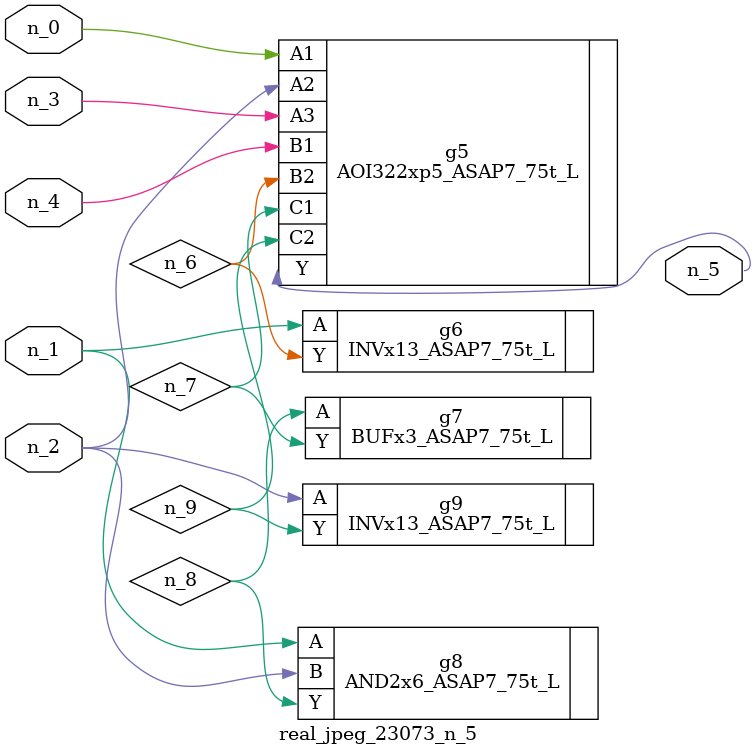
<source format=v>
module real_jpeg_23073_n_5 (n_4, n_0, n_1, n_2, n_3, n_5);

input n_4;
input n_0;
input n_1;
input n_2;
input n_3;

output n_5;

wire n_8;
wire n_6;
wire n_7;
wire n_9;

AOI322xp5_ASAP7_75t_L g5 ( 
.A1(n_0),
.A2(n_2),
.A3(n_3),
.B1(n_4),
.B2(n_6),
.C1(n_7),
.C2(n_9),
.Y(n_5)
);

INVx13_ASAP7_75t_L g6 ( 
.A(n_1),
.Y(n_6)
);

AND2x6_ASAP7_75t_L g8 ( 
.A(n_1),
.B(n_2),
.Y(n_8)
);

INVx13_ASAP7_75t_L g9 ( 
.A(n_2),
.Y(n_9)
);

BUFx3_ASAP7_75t_L g7 ( 
.A(n_8),
.Y(n_7)
);


endmodule
</source>
